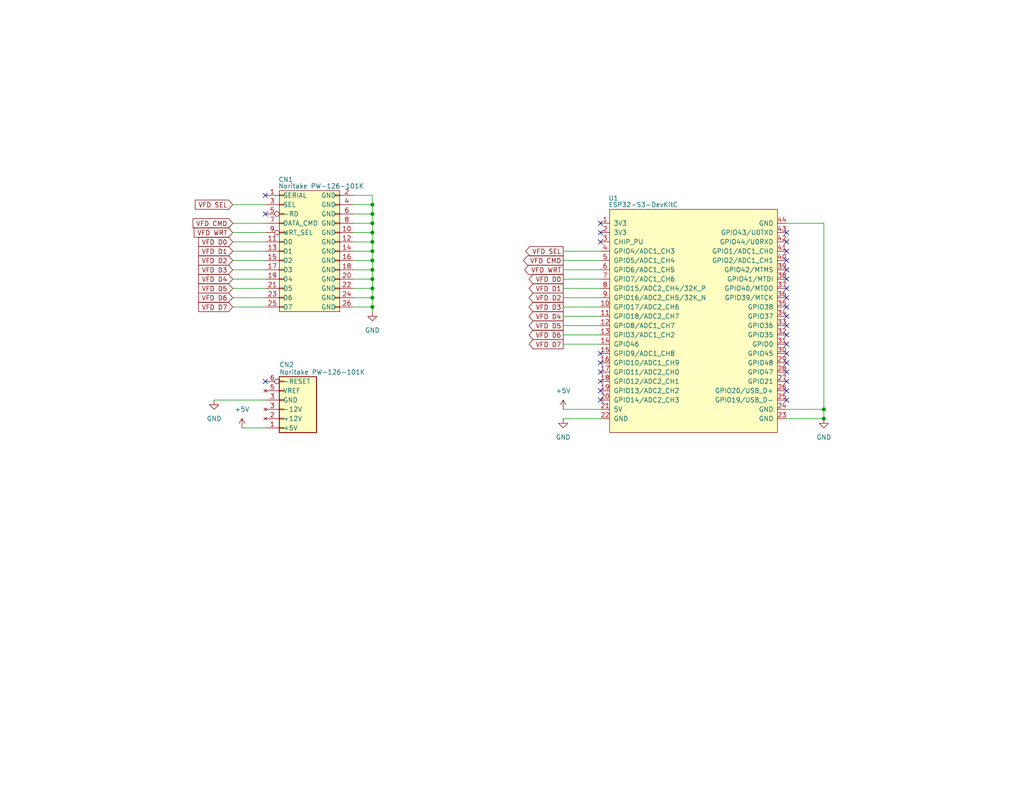
<source format=kicad_sch>
(kicad_sch (version 20211123) (generator eeschema)
  (paper "USLetter")
  (title_block (title "ESP32 VFD") (date "2022-06-10") (rev "00") (company "TUBEZ LLC") (comment 1 "VFD and ESP Dev Board"))
  (lib_symbols
    (symbol "Espressif:ESP32-S3-DevKitC" (pin_names (offset 1.016))
      (property "Reference" "U" (at -2.54 30.48 0))
      (property "Value" "ESP32-S3-DevKitC" (at 1.27 -33.02 0))
      (symbol "ESP32-S3-DevKitC_0_0"
        (pin bidirectional line (at -25.4 -7.62 0) (length 2.54) (name "GPIO46") (number "14"))
        (pin bidirectional line (at -25.4 -20.32 0) (length 2.54) (name "GPIO13/ADC2_CH2") (number "19"))
        (pin power_in line (at -25.4 22.86 0) (length 2.54) (name "3V3") (number "2"))
        (pin bidirectional line (at 25.4 12.7 180) (length 2.54) (name "GPIO42/MTMS") (number "39"))
        (pin bidirectional line (at 25.4 15.24 180) (length 2.54) (name "GPIO2/ADC1_CH1") (number "40"))
        (pin bidirectional line (at 25.4 17.78 180) (length 2.54) (name "GPIO1/ADC1_CH0") (number "41"))
        (pin bidirectional line (at 25.4 20.32 180) (length 2.54) (name "GPIO44/U0RXD") (number "42"))
        (pin bidirectional line (at 25.4 22.86 180) (length 2.54) (name "GPIO43/U0TXD") (number "43"))
        (pin power_in line (at 25.4 25.4 180) (length 2.54) (name "GND") (number "44"))
      )
      (symbol "ESP32-S3-DevKitC_0_1"
        (rectangle (start 22.86 -31.75) (end -22.86 29.21) (fill (type background)))
      )
      (symbol "ESP32-S3-DevKitC_1_1"
        (pin power_in line (at -25.4 25.4 0) (length 2.54) (name "3V3") (number "1"))
        (pin bidirectional line (at -25.4 2.54 0) (length 2.54) (name "GPIO17/ADC2_CH6") (number "10"))
        (pin bidirectional line (at -25.4 0 0) (length 2.54) (name "GPIO18/ADC2_CH7") (number "11"))
        (pin bidirectional line (at -25.4 -2.54 0) (length 2.54) (name "GPIO8/ADC1_CH7") (number "12"))
        (pin bidirectional line (at -25.4 -5.08 0) (length 2.54) (name "GPIO3/ADC1_CH2") (number "13"))
        (pin bidirectional line (at -25.4 -10.16 0) (length 2.54) (name "GPIO9/ADC1_CH8") (number "15"))
        (pin bidirectional line (at -25.4 -12.7 0) (length 2.54) (name "GPIO10/ADC1_CH9") (number "16"))
        (pin bidirectional line (at -25.4 -15.24 0) (length 2.54) (name "GPIO11/ADC2_CH0") (number "17"))
        (pin bidirectional line (at -25.4 -17.78 0) (length 2.54) (name "GPIO12/ADC2_CH1") (number "18"))
        (pin bidirectional line (at -25.4 -22.86 0) (length 2.54) (name "GPIO14/ADC2_CH3") (number "20"))
        (pin power_in line (at -25.4 -25.4 0) (length 2.54) (name "5V") (number "21"))
        (pin power_in line (at -25.4 -27.94 0) (length 2.54) (name "GND") (number "22"))
        (pin power_in line (at 25.4 -27.94 180) (length 2.54) (name "GND") (number "23"))
        (pin power_in line (at 25.4 -25.4 180) (length 2.54) (name "GND") (number "24"))
        (pin bidirectional line (at 25.4 -22.86 180) (length 2.54) (name "GPIO19/USB_D-") (number "25"))
        (pin bidirectional line (at 25.4 -20.32 180) (length 2.54) (name "GPIO20/USB_D+") (number "26"))
        (pin bidirectional line (at 25.4 -17.78 180) (length 2.54) (name "GPIO21") (number "27"))
        (pin bidirectional line (at 25.4 -15.24 180) (length 2.54) (name "GPIO47") (number "28"))
        (pin bidirectional line (at 25.4 -12.7 180) (length 2.54) (name "GPIO48") (number "29"))
        (pin input line (at -25.4 20.32 0) (length 2.54) (name "CHIP_PU") (number "3"))
        (pin bidirectional line (at 25.4 -10.16 180) (length 2.54) (name "GPIO45") (number "30"))
        (pin bidirectional line (at 25.4 -7.62 180) (length 2.54) (name "GPIO0") (number "31"))
        (pin bidirectional line (at 25.4 -5.08 180) (length 2.54) (name "GPIO35") (number "32"))
        (pin bidirectional line (at 25.4 -2.54 180) (length 2.54) (name "GPIO36") (number "33"))
        (pin bidirectional line (at 25.4 0 180) (length 2.54) (name "GPIO37") (number "34"))
        (pin bidirectional line (at 25.4 2.54 180) (length 2.54) (name "GPIO38") (number "35"))
        (pin bidirectional line (at 25.4 5.08 180) (length 2.54) (name "GPIO39/MTCK") (number "36"))
        (pin bidirectional line (at 25.4 7.62 180) (length 2.54) (name "GPIO40/MTDO") (number "37"))
        (pin bidirectional line (at 25.4 10.16 180) (length 2.54) (name "GPIO41/MTDI") (number "38"))
        (pin bidirectional line (at -25.4 17.78 0) (length 2.54) (name "GPIO4/ADC1_CH3") (number "4"))
        (pin bidirectional line (at -25.4 15.24 0) (length 2.54) (name "GPIO5/ADC1_CH4") (number "5"))
        (pin bidirectional line (at -25.4 12.7 0) (length 2.54) (name "GPIO6/ADC1_CH5") (number "6"))
        (pin bidirectional line (at -25.4 10.16 0) (length 2.54) (name "GPIO7/ADC1_CH6") (number "7"))
        (pin bidirectional line (at -25.4 7.62 0) (length 2.54) (name "GPIO15/ADC2_CH4/32K_P") (number "8"))
        (pin bidirectional line (at -25.4 5.08 0) (length 2.54) (name "GPIO16/ADC2_CH5/32K_N") (number "9"))
      )
    )
    (symbol "esphlipvfd_Library:VFD_CN1" (pin_names (offset 1.016))
      (property "Reference" "CN" (at -0.762 20.066 0))
      (property "Value" "VFD_CN1" (at 3.048 17.78 0))
      (symbol "VFD_CN1_0_1"
        (rectangle (start -1.27 16.51) (end 15.24 -16.51) (fill (type background)))
      )
      (symbol "VFD_CN1_1_1"
        (rectangle (start -1.27 -15.113) (end 0 -15.367) (stroke (width 0.1524)))
        (rectangle (start -1.27 -12.573) (end 0 -12.827) (stroke (width 0.1524)))
        (rectangle (start -1.27 -10.033) (end 0 -10.287) (stroke (width 0.1524)))
        (rectangle (start -1.27 -7.493) (end 0 -7.747) (stroke (width 0.1524)))
        (rectangle (start -1.27 -4.953) (end 0 -5.207) (stroke (width 0.1524)))
        (rectangle (start -1.27 -2.413) (end 0 -2.667) (stroke (width 0.1524)))
        (rectangle (start -1.27 0.127) (end 0 -0.127) (stroke (width 0.1524)))
        (rectangle (start -1.27 2.667) (end 0 2.413) (stroke (width 0.1524)))
        (rectangle (start -1.27 5.207) (end 0 4.953) (stroke (width 0.1524)))
        (rectangle (start -1.27 7.747) (end 0 7.493) (stroke (width 0.1524)))
        (rectangle (start -1.27 10.287) (end 0 10.033) (stroke (width 0.1524)))
        (rectangle (start -1.27 12.827) (end 0 12.573) (stroke (width 0.1524)))
        (rectangle (start -1.27 15.367) (end 0 15.113) (stroke (width 0.1524)))
        (rectangle (start 15.24 -15.113) (end 13.97 -15.367) (stroke (width 0.1524)))
        (rectangle (start 15.24 -12.573) (end 13.97 -12.827) (stroke (width 0.1524)))
        (rectangle (start 15.24 -10.033) (end 13.97 -10.287) (stroke (width 0.1524)))
        (rectangle (start 15.24 -7.493) (end 13.97 -7.747) (stroke (width 0.1524)))
        (rectangle (start 15.24 -4.953) (end 13.97 -5.207) (stroke (width 0.1524)))
        (rectangle (start 15.24 -2.413) (end 13.97 -2.667) (stroke (width 0.1524)))
        (rectangle (start 15.24 0.127) (end 13.97 -0.127) (stroke (width 0.1524)))
        (rectangle (start 15.24 2.667) (end 13.97 2.413) (stroke (width 0.1524)))
        (rectangle (start 15.24 5.207) (end 13.97 4.953) (stroke (width 0.1524)))
        (rectangle (start 15.24 7.747) (end 13.97 7.493) (stroke (width 0.1524)))
        (rectangle (start 15.24 10.287) (end 13.97 10.033) (stroke (width 0.1524)))
        (rectangle (start 15.24 12.827) (end 13.97 12.573) (stroke (width 0.1524)))
        (rectangle (start 15.24 15.367) (end 13.97 15.113) (stroke (width 0.1524)))
        (pin input line (at -5.08 15.24 0) (length 3.81) (name "SERIAL") (number "1"))
        (pin passive line (at 19.05 5.08 180) (length 3.81) (name "GND") (number "10"))
        (pin input line (at -5.08 2.54 0) (length 3.81) (name "D0") (number "11"))
        (pin passive line (at 19.05 2.54 180) (length 3.81) (name "GND") (number "12"))
        (pin input line (at -5.08 0 0) (length 3.81) (name "D1") (number "13"))
        (pin passive line (at 19.05 0 180) (length 3.81) (name "GND") (number "14"))
        (pin input line (at -5.08 -2.54 0) (length 3.81) (name "D2") (number "15"))
        (pin passive line (at 19.05 -2.54 180) (length 3.81) (name "GND") (number "16"))
        (pin input line (at -5.08 -5.08 0) (length 3.81) (name "D3") (number "17"))
        (pin passive line (at 19.05 -5.08 180) (length 3.81) (name "GND") (number "18"))
        (pin input line (at -5.08 -7.62 0) (length 3.81) (name "D4") (number "19"))
        (pin passive line (at 19.05 15.24 180) (length 3.81) (name "GND") (number "2"))
        (pin passive line (at 19.05 -7.62 180) (length 3.81) (name "GND") (number "20"))
        (pin input line (at -5.08 -10.16 0) (length 3.81) (name "D5") (number "21"))
        (pin passive line (at 19.05 -10.16 180) (length 3.81) (name "GND") (number "22"))
        (pin input line (at -5.08 -12.7 0) (length 3.81) (name "D6") (number "23"))
        (pin passive line (at 19.05 -12.7 180) (length 3.81) (name "GND") (number "24"))
        (pin input line (at -5.08 -15.24 0) (length 3.81) (name "D7") (number "25"))
        (pin passive line (at 19.05 -15.24 180) (length 3.81) (name "GND") (number "26"))
        (pin input line (at -5.08 12.7 0) (length 3.81) (name "SEL") (number "3"))
        (pin passive line (at 19.05 12.7 180) (length 3.81) (name "GND") (number "4"))
        (pin input inverted (at -5.08 10.16 0) (length 3.81) (name "-RD") (number "5"))
        (pin passive line (at 19.05 10.16 180) (length 3.81) (name "GND") (number "6"))
        (pin input line (at -5.08 7.62 0) (length 3.81) (name "DATA_CMD") (number "7"))
        (pin passive line (at 19.05 7.62 180) (length 3.81) (name "GND") (number "8"))
        (pin input inverted (at -5.08 5.08 0) (length 3.81) (name "WRT_SEL") (number "9"))
      )
    )
    (symbol "esphlipvfd_Library:VFD_CN2" (pin_names (offset 1.016))
      (property "Reference" "J" (at -1.016 9.652 0))
      (property "Value" "VFD_CN2" (at 2.794 7.62 0))
      (symbol "VFD_CN2_1_1"
        (rectangle (start -1.27 -7.493) (end 0 -7.747) (stroke (width 0.1524)))
        (rectangle (start -1.27 -4.953) (end 0 -5.207) (stroke (width 0.1524)))
        (rectangle (start -1.27 -2.413) (end 0 -2.667) (stroke (width 0.1524)))
        (rectangle (start -1.27 0.127) (end 0 -0.127) (stroke (width 0.1524)))
        (rectangle (start -1.27 2.667) (end 0 2.413) (stroke (width 0.1524)))
        (rectangle (start -1.27 5.207) (end 0 4.953) (stroke (width 0.1524)))
        (rectangle (start -1.27 6.35) (end 8.89 -8.89) (stroke (width 0.254)) (fill (type background)))
        (pin power_in line (at -5.08 -7.62 0) (length 3.81) (name "+5V") (number "1"))
        (pin no_connect line (at -5.08 -5.08 0) (length 3.81) (name "+12V") (number "2"))
        (pin no_connect line (at -5.08 -2.54 0) (length 3.81) (name "-12V") (number "3"))
        (pin passive line (at -5.08 0 0) (length 3.81) (name "GND") (number "3"))
        (pin no_connect line (at -5.08 2.54 0) (length 3.81) (name "VREF") (number "5"))
        (pin passive inverted (at -5.08 5.08 0) (length 3.81) (name "-RESET") (number "6"))
      )
    )
    (symbol "power:+5V" (power) (pin_names (offset 0))
      (property "Value" "+5V" (at 0 3.556 0))
      (symbol "+5V_0_1"
        (polyline (pts (xy -0.762 1.27) (xy 0 2.54)))
        (polyline (pts (xy 0 0) (xy 0 2.54)))
        (polyline (pts (xy 0 2.54) (xy 0.762 1.27)))
      )
      (symbol "+5V_1_1"
        (pin power_in line (at 0 0 90) (length 0) hide (name "+5V") (number "1"))
      )
    )
    (symbol "power:GND" (power) (pin_names (offset 0))
      (property "Value" "GND" (at 0 -3.81 0))
      (symbol "GND_0_1"
        (polyline (pts (xy 0 0) (xy 0 -1.27) (xy 1.27 -1.27) (xy 0 -2.54) (xy -1.27 -1.27) (xy 0 -1.27)))
      )
      (symbol "GND_1_1"
        (pin power_in line (at 0 0 270) (length 0) hide (name "GND") (number "1"))
      )
    )
  )
  (junction (at 101.6 76.2))
  (junction (at 224.79 114.3))
  (junction (at 101.6 58.42))
  (junction (at 101.6 63.5))
  (junction (at 101.6 66.04))
  (junction (at 101.6 78.74))
  (junction (at 101.6 60.96))
  (junction (at 101.6 73.66))
  (junction (at 224.79 111.76))
  (junction (at 101.6 83.82))
  (junction (at 101.6 68.58))
  (junction (at 101.6 81.28))
  (junction (at 101.6 71.12))
  (junction (at 101.6 55.88))
  (no_connect (at 163.83 60.96))
  (no_connect (at 163.83 63.5))
  (no_connect (at 72.39 58.42))
  (no_connect (at 72.39 53.34))
  (no_connect (at 163.83 104.14))
  (no_connect (at 163.83 101.6))
  (no_connect (at 163.83 96.52))
  (no_connect (at 163.83 99.06))
  (no_connect (at 163.83 109.22))
  (no_connect (at 163.83 106.68))
  (no_connect (at 214.63 63.5))
  (no_connect (at 214.63 66.04))
  (no_connect (at 214.63 81.28))
  (no_connect (at 214.63 83.82))
  (no_connect (at 214.63 109.22))
  (no_connect (at 214.63 106.68))
  (no_connect (at 214.63 104.14))
  (no_connect (at 214.63 101.6))
  (no_connect (at 214.63 99.06))
  (no_connect (at 214.63 78.74))
  (no_connect (at 214.63 68.58))
  (no_connect (at 214.63 71.12))
  (no_connect (at 214.63 76.2))
  (no_connect (at 214.63 73.66))
  (no_connect (at 163.83 66.04))
  (no_connect (at 214.63 96.52))
  (no_connect (at 214.63 93.98))
  (no_connect (at 214.63 91.44))
  (no_connect (at 214.63 88.9))
  (no_connect (at 214.63 86.36))
  (no_connect (at 72.39 104.14))
  (wire (pts (xy 101.6 68.58) (xy 101.6 71.12)))
  (wire (pts (xy 63.5 83.82) (xy 72.39 83.82)))
  (wire (pts (xy 58.42 109.22) (xy 72.39 109.22)))
  (wire (pts (xy 63.5 81.28) (xy 72.39 81.28)))
  (wire (pts (xy 153.67 71.12) (xy 163.83 71.12)))
  (wire (pts (xy 153.67 86.36) (xy 163.83 86.36)))
  (wire (pts (xy 96.52 71.12) (xy 101.6 71.12)))
  (wire (pts (xy 101.6 66.04) (xy 101.6 68.58)))
  (wire (pts (xy 214.63 60.96) (xy 224.79 60.96)))
  (wire (pts (xy 101.6 76.2) (xy 101.6 78.74)))
  (wire (pts (xy 63.5 68.58) (xy 72.39 68.58)))
  (wire (pts (xy 96.52 78.74) (xy 101.6 78.74)))
  (wire (pts (xy 96.52 55.88) (xy 101.6 55.88)))
  (wire (pts (xy 214.63 111.76) (xy 224.79 111.76)))
  (wire (pts (xy 63.5 63.5) (xy 72.39 63.5)))
  (wire (pts (xy 153.67 93.98) (xy 163.83 93.98)))
  (wire (pts (xy 96.52 73.66) (xy 101.6 73.66)))
  (wire (pts (xy 101.6 78.74) (xy 101.6 81.28)))
  (wire (pts (xy 101.6 73.66) (xy 101.6 76.2)))
  (wire (pts (xy 101.6 81.28) (xy 101.6 83.82)))
  (wire (pts (xy 96.52 63.5) (xy 101.6 63.5)))
  (wire (pts (xy 224.79 111.76) (xy 224.79 114.3)))
  (wire (pts (xy 96.52 66.04) (xy 101.6 66.04)))
  (wire (pts (xy 96.52 60.96) (xy 101.6 60.96)))
  (wire (pts (xy 153.67 76.2) (xy 163.83 76.2)))
  (wire (pts (xy 63.5 76.2) (xy 72.39 76.2)))
  (wire (pts (xy 63.5 60.96) (xy 72.39 60.96)))
  (wire (pts (xy 63.5 55.88) (xy 72.39 55.88)))
  (wire (pts (xy 101.6 83.82) (xy 101.6 85.09)))
  (wire (pts (xy 153.67 114.3) (xy 163.83 114.3)))
  (wire (pts (xy 96.52 81.28) (xy 101.6 81.28)))
  (wire (pts (xy 153.67 83.82) (xy 163.83 83.82)))
  (wire (pts (xy 63.5 78.74) (xy 72.39 78.74)))
  (wire (pts (xy 96.52 53.34) (xy 101.6 53.34)))
  (wire (pts (xy 153.67 73.66) (xy 163.83 73.66)))
  (wire (pts (xy 214.63 114.3) (xy 224.79 114.3)))
  (wire (pts (xy 153.67 91.44) (xy 163.83 91.44)))
  (wire (pts (xy 101.6 58.42) (xy 101.6 60.96)))
  (wire (pts (xy 153.67 68.58) (xy 163.83 68.58)))
  (wire (pts (xy 153.67 88.9) (xy 163.83 88.9)))
  (wire (pts (xy 101.6 71.12) (xy 101.6 73.66)))
  (wire (pts (xy 63.5 71.12) (xy 72.39 71.12)))
  (wire (pts (xy 153.67 81.28) (xy 163.83 81.28)))
  (wire (pts (xy 101.6 60.96) (xy 101.6 63.5)))
  (wire (pts (xy 153.67 78.74) (xy 163.83 78.74)))
  (wire (pts (xy 63.5 66.04) (xy 72.39 66.04)))
  (wire (pts (xy 63.5 73.66) (xy 72.39 73.66)))
  (wire (pts (xy 96.52 76.2) (xy 101.6 76.2)))
  (wire (pts (xy 96.52 68.58) (xy 101.6 68.58)))
  (wire (pts (xy 101.6 63.5) (xy 101.6 66.04)))
  (wire (pts (xy 66.04 116.84) (xy 72.39 116.84)))
  (wire (pts (xy 224.79 60.96) (xy 224.79 111.76)))
  (wire (pts (xy 101.6 55.88) (xy 101.6 58.42)))
  (wire (pts (xy 153.67 111.76) (xy 163.83 111.76)))
  (wire (pts (xy 96.52 58.42) (xy 101.6 58.42)))
  (wire (pts (xy 96.52 83.82) (xy 101.6 83.82)))
  (wire (pts (xy 101.6 53.34) (xy 101.6 55.88)))
  (global_label "VFD D2" (shape input) (at 63.5 71.12 180) (property "Intersheet References" "${INTERSHEET_REFS}" (effects hide)))
  (global_label "VFD D7" (shape input) (at 63.5 83.82 180) (property "Intersheet References" "${INTERSHEET_REFS}" (effects hide)))
  (global_label "VFD D3" (shape input) (at 63.5 73.66 180) (property "Intersheet References" "${INTERSHEET_REFS}" (effects hide)))
  (global_label "VFD D1" (shape input) (at 63.5 68.58 180) (property "Intersheet References" "${INTERSHEET_REFS}" (effects hide)))
  (global_label "VFD SEL" (shape input) (at 63.5 55.88 180) (property "Intersheet References" "${INTERSHEET_REFS}" (effects hide)))
  (global_label "VFD CMD" (shape input) (at 63.5 60.96 180) (property "Intersheet References" "${INTERSHEET_REFS}" (effects hide)))
  (global_label "VFD D7" (shape output) (at 153.67 93.98 180) (property "Intersheet References" "${INTERSHEET_REFS}" (effects hide)))
  (global_label "VFD D3" (shape output) (at 153.67 83.82 180) (property "Intersheet References" "${INTERSHEET_REFS}" (effects hide)))
  (global_label "VFD D1" (shape output) (at 153.67 78.74 180) (property "Intersheet References" "${INTERSHEET_REFS}" (effects hide)))
  (global_label "VFD D4" (shape input) (at 63.5 76.2 180) (property "Intersheet References" "${INTERSHEET_REFS}" (effects hide)))
  (global_label "VFD D6" (shape output) (at 153.67 91.44 180) (property "Intersheet References" "${INTERSHEET_REFS}" (effects hide)))
  (global_label "VFD D5" (shape output) (at 153.67 88.9 180) (property "Intersheet References" "${INTERSHEET_REFS}" (effects hide)))
  (global_label "VFD D0" (shape input) (at 63.5 66.04 180) (property "Intersheet References" "${INTERSHEET_REFS}" (effects hide)))
  (global_label "VFD D6" (shape input) (at 63.5 81.28 180) (property "Intersheet References" "${INTERSHEET_REFS}" (effects hide)))
  (global_label "VFD D5" (shape input) (at 63.5 78.74 180) (property "Intersheet References" "${INTERSHEET_REFS}" (effects hide)))
  (global_label "VFD D0" (shape output) (at 153.67 76.2 180) (property "Intersheet References" "${INTERSHEET_REFS}" (effects hide)))
  (global_label "VFD D4" (shape output) (at 153.67 86.36 180) (property "Intersheet References" "${INTERSHEET_REFS}" (effects hide)))
  (global_label "VFD WRT" (shape input) (at 63.5 63.5 180) (property "Intersheet References" "${INTERSHEET_REFS}" (effects hide)))
  (global_label "VFD D2" (shape output) (at 153.67 81.28 180) (property "Intersheet References" "${INTERSHEET_REFS}" (effects hide)))
  (global_label "VFD CMD" (shape output) (at 153.67 71.12 180) (property "Intersheet References" "${INTERSHEET_REFS}" (effects hide)))
  (global_label "VFD SEL" (shape output) (at 153.67 68.58 180) (property "Intersheet References" "${INTERSHEET_REFS}" (effects hide)))
  (global_label "VFD WRT" (shape output) (at 153.67 73.66 180) (property "Intersheet References" "${INTERSHEET_REFS}" (effects hide)))
  (symbol (lib_id "power:GND") (at 58.42 109.22 0) (unit 1)
    (property "Reference" "#PWR01" (effects hide))
    (property "Value" "GND" (at 58.42 114.3 0))
  )
  (symbol (lib_id "power:+5V") (at 153.67 111.76 0) (unit 1)
    (property "Reference" "#PWR04" (effects hide))
    (property "Value" "+5V" (at 153.67 106.68 0))
  )
  (symbol (lib_id "Espressif:ESP32-S3-DevKitC") (at 189.23 86.36 0) (unit 1)
    (property "Reference" "U1" (at 167.386 54.102 0))
    (property "Value" "ESP32-S3-DevKitC" (at 175.514 55.88 0))
    (property "Footprint" "Espressif:ESP32-S3-DevKitC" (effects hide))
  )
  (symbol (lib_id "power:GND") (at 224.79 114.3 0) (unit 1)
    (property "Reference" "#PWR06" (effects hide))
    (property "Value" "GND" (at 224.79 119.38 0))
  )
  (symbol (lib_id "esphlipvfd_Library:VFD_CN1") (at 77.47 68.58 0) (unit 1)
    (property "Reference" "CN1" (at 77.978 49.022 0))
    (property "Value" "Noritake PW-126-101K" (at 87.63 50.8 0))
    (property "Footprint" "Connector_IDC:IDC-Header_2x13_P2.54mm_Vertical" (effects hide))
  )
  (symbol (lib_id "power:GND") (at 153.67 114.3 0) (unit 1)
    (property "Reference" "#PWR05" (effects hide))
    (property "Value" "GND" (at 153.67 119.38 0))
  )
  (symbol (lib_id "power:GND") (at 101.6 85.09 0) (unit 1)
    (property "Reference" "#PWR03" (effects hide))
    (property "Value" "GND" (at 101.6 90.17 0))
  )
  (symbol (lib_id "power:+5V") (at 66.04 116.84 0) (unit 1)
    (property "Reference" "#PWR02" (effects hide))
    (property "Value" "+5V" (at 66.04 111.76 0))
  )
  (symbol (lib_id "esphlipvfd_Library:VFD_CN2") (at 77.47 109.22 0) (unit 1)
    (property "Reference" "CN2" (at 76.2 99.568 0) (effects (justify left)))
    (property "Value" "Noritake PW-126-101K" (at 76.2 101.6 0) (effects (justify left)))
    (property "Footprint" "Connector_Molex:Molex_KK-396_5273-06A_1x06_P3.96mm_Vertical" (effects hide))
  )
)
</source>
